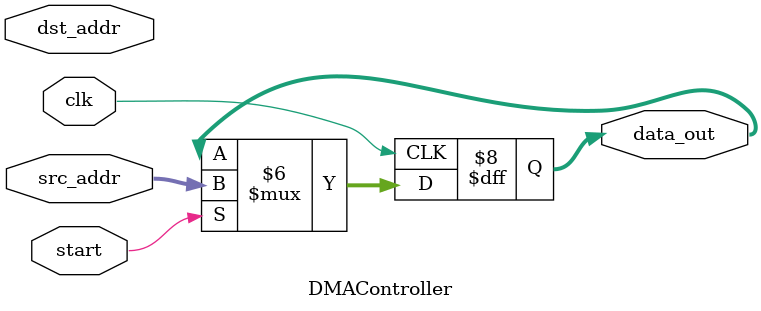
<source format=v>
module DMAController (
    input wire clk,
    input wire [31:0] src_addr,
    input wire [31:0] dst_addr,
    input wire start,
    output reg [31:0] data_out
);
    reg [31:0] dma_buffer;
    always @(posedge clk) begin
        if (start) begin
            // 단순히 src_addr를 data_out에 전달하는 예시
            // 실제론 메모리에서 읽어 dst_addr로 쓰는 로직 필요
            dma_buffer = src_addr;  
            data_out <= dma_buffer;
        end
    end
endmodule
</source>
